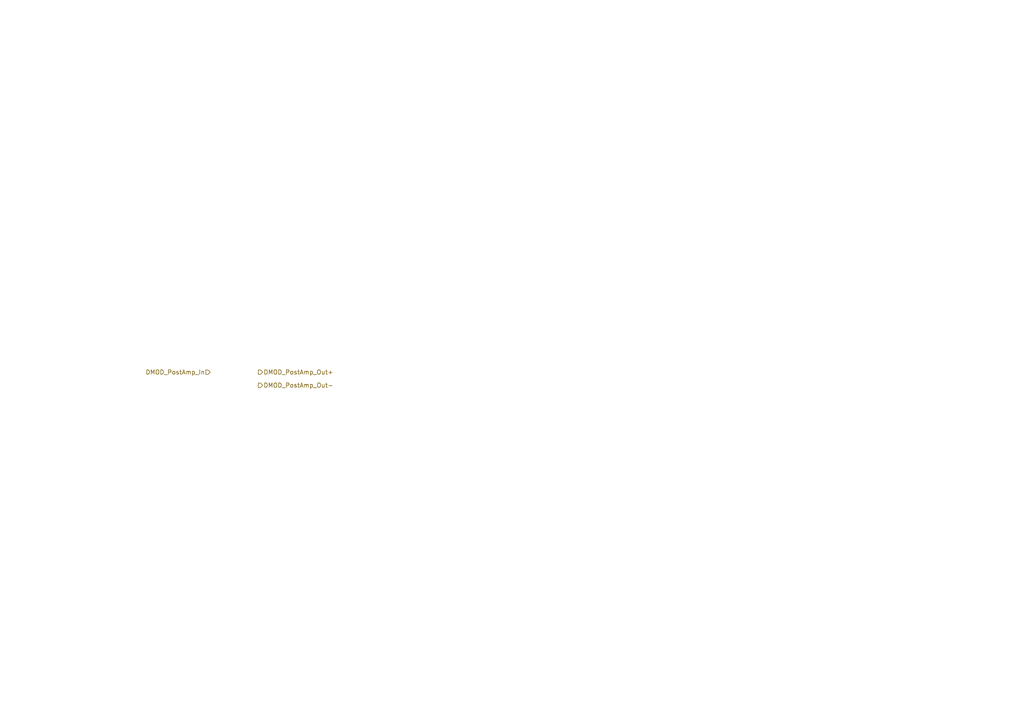
<source format=kicad_sch>
(kicad_sch (version 20230121) (generator eeschema)
  (paper "A4")
  (lib_symbols)
  (hierarchical_label "DMOD_PostAmp_Out+" (shape output) (at 74.93 107.95 0))
  (hierarchical_label "DMOD_PostAmp_In" (shape input) (at 60.96 107.95 180))
  (hierarchical_label "DMOD_PostAmp_Out-" (shape output) (at 74.93 111.76 0))
)
</source>
